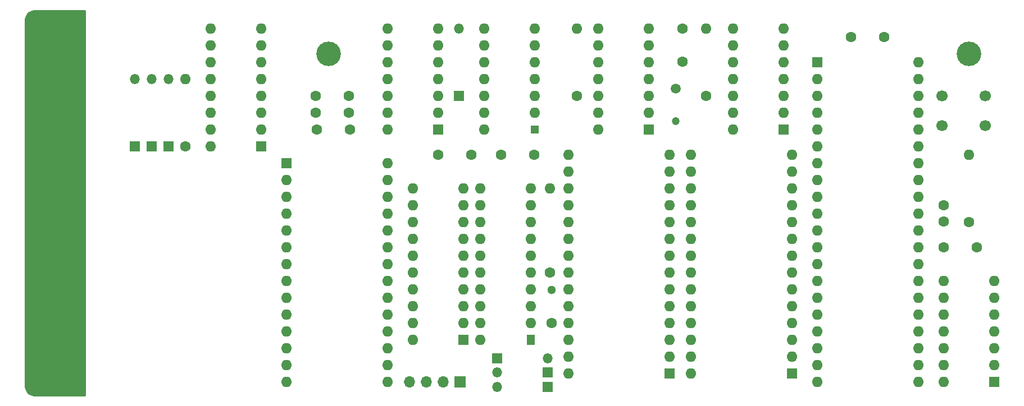
<source format=gbr>
G04 #@! TF.GenerationSoftware,KiCad,Pcbnew,5.1.4+dfsg1-1*
G04 #@! TF.CreationDate,2020-01-26T20:04:24+01:00*
G04 #@! TF.ProjectId,finalchesscard_lvr_draft1,66696e61-6c63-4686-9573-73636172645f,1.1.K1*
G04 #@! TF.SameCoordinates,Original*
G04 #@! TF.FileFunction,Soldermask,Bot*
G04 #@! TF.FilePolarity,Negative*
%FSLAX46Y46*%
G04 Gerber Fmt 4.6, Leading zero omitted, Abs format (unit mm)*
G04 Created by KiCad (PCBNEW 5.1.4+dfsg1-1) date 2020-01-26 20:04:24*
%MOMM*%
%LPD*%
G04 APERTURE LIST*
%ADD10O,1.600000X1.600000*%
%ADD11R,1.600000X1.600000*%
%ADD12C,1.600000*%
%ADD13R,1.200000X1.200000*%
%ADD14R,1.300000X1.600000*%
%ADD15C,1.200000*%
%ADD16C,1.500000*%
%ADD17R,1.700000X1.700000*%
%ADD18O,1.700000X1.700000*%
%ADD19C,1.300000*%
%ADD20R,1.500000X1.500000*%
%ADD21O,1.500000X1.500000*%
%ADD22C,3.700000*%
%ADD23C,1.700000*%
%ADD24C,0.254000*%
G04 APERTURE END LIST*
D10*
X179578000Y-124460000D03*
X164338000Y-157480000D03*
X179578000Y-127000000D03*
X164338000Y-154940000D03*
X179578000Y-129540000D03*
X164338000Y-152400000D03*
X179578000Y-132080000D03*
X164338000Y-149860000D03*
X179578000Y-134620000D03*
X164338000Y-147320000D03*
X179578000Y-137160000D03*
X164338000Y-144780000D03*
X179578000Y-139700000D03*
X164338000Y-142240000D03*
X179578000Y-142240000D03*
X164338000Y-139700000D03*
X179578000Y-144780000D03*
X164338000Y-137160000D03*
X179578000Y-147320000D03*
X164338000Y-134620000D03*
X179578000Y-149860000D03*
X164338000Y-132080000D03*
X179578000Y-152400000D03*
X164338000Y-129540000D03*
X179578000Y-154940000D03*
X164338000Y-127000000D03*
X179578000Y-157480000D03*
D11*
X164338000Y-124460000D03*
D12*
X204025500Y-140970000D03*
D10*
X204025500Y-128270000D03*
X152908000Y-121920000D03*
X160528000Y-104140000D03*
X152908000Y-119380000D03*
X160528000Y-106680000D03*
X152908000Y-116840000D03*
X160528000Y-109220000D03*
X152908000Y-114300000D03*
X160528000Y-111760000D03*
X152908000Y-111760000D03*
X160528000Y-114300000D03*
X152908000Y-109220000D03*
X160528000Y-116840000D03*
X152908000Y-106680000D03*
X160528000Y-119380000D03*
X152908000Y-104140000D03*
D11*
X160528000Y-121920000D03*
X187198000Y-119380000D03*
D10*
X179578000Y-104140000D03*
X187198000Y-116840000D03*
X179578000Y-106680000D03*
X187198000Y-114300000D03*
X179578000Y-109220000D03*
X187198000Y-111760000D03*
X179578000Y-111760000D03*
X187198000Y-109220000D03*
X179578000Y-114300000D03*
X187198000Y-106680000D03*
X179578000Y-116840000D03*
X187198000Y-104140000D03*
X179578000Y-119380000D03*
D11*
X191008000Y-151130000D03*
D10*
X183388000Y-128270000D03*
X191008000Y-148590000D03*
X183388000Y-130810000D03*
X191008000Y-146050000D03*
X183388000Y-133350000D03*
X191008000Y-143510000D03*
X183388000Y-135890000D03*
X191008000Y-140970000D03*
X183388000Y-138430000D03*
X191008000Y-138430000D03*
X183388000Y-140970000D03*
X191008000Y-135890000D03*
X183388000Y-143510000D03*
X191008000Y-133350000D03*
X183388000Y-146050000D03*
X191008000Y-130810000D03*
X183388000Y-148590000D03*
X191008000Y-128270000D03*
X183388000Y-151130000D03*
X194183000Y-119380000D03*
X201803000Y-104140000D03*
X194183000Y-116840000D03*
X201803000Y-106680000D03*
X194183000Y-114300000D03*
X201803000Y-109220000D03*
X194183000Y-111760000D03*
X201803000Y-111760000D03*
X194183000Y-109220000D03*
X201803000Y-114300000D03*
X194183000Y-106680000D03*
X201803000Y-116840000D03*
X194183000Y-104140000D03*
D13*
X201803000Y-119380000D03*
D10*
X193548000Y-151130000D03*
X201168000Y-128270000D03*
X193548000Y-148590000D03*
X201168000Y-130810000D03*
X193548000Y-146050000D03*
X201168000Y-133350000D03*
X193548000Y-143510000D03*
X201168000Y-135890000D03*
X193548000Y-140970000D03*
X201168000Y-138430000D03*
X193548000Y-138430000D03*
X201168000Y-140970000D03*
X193548000Y-135890000D03*
X201168000Y-143510000D03*
X193548000Y-133350000D03*
X201168000Y-146050000D03*
X193548000Y-130810000D03*
X201168000Y-148590000D03*
X193548000Y-128270000D03*
D14*
X201168000Y-151130000D03*
D10*
X211328000Y-119380000D03*
X218948000Y-104140000D03*
X211328000Y-116840000D03*
X218948000Y-106680000D03*
X211328000Y-114300000D03*
X218948000Y-109220000D03*
X211328000Y-111760000D03*
X218948000Y-111760000D03*
X211328000Y-109220000D03*
X218948000Y-114300000D03*
X211328000Y-106680000D03*
X218948000Y-116840000D03*
X211328000Y-104140000D03*
D11*
X218948000Y-119380000D03*
X239268000Y-119380000D03*
D10*
X231648000Y-104140000D03*
X239268000Y-116840000D03*
X231648000Y-106680000D03*
X239268000Y-114300000D03*
X231648000Y-109220000D03*
X239268000Y-111760000D03*
X231648000Y-111760000D03*
X239268000Y-109220000D03*
X231648000Y-114300000D03*
X239268000Y-106680000D03*
X231648000Y-116840000D03*
X239268000Y-104140000D03*
X231648000Y-119380000D03*
D11*
X244348000Y-109220000D03*
D10*
X259588000Y-157480000D03*
X244348000Y-111760000D03*
X259588000Y-154940000D03*
X244348000Y-114300000D03*
X259588000Y-152400000D03*
X244348000Y-116840000D03*
X259588000Y-149860000D03*
X244348000Y-119380000D03*
X259588000Y-147320000D03*
X244348000Y-121920000D03*
X259588000Y-144780000D03*
X244348000Y-124460000D03*
X259588000Y-142240000D03*
X244348000Y-127000000D03*
X259588000Y-139700000D03*
X244348000Y-129540000D03*
X259588000Y-137160000D03*
X244348000Y-132080000D03*
X259588000Y-134620000D03*
X244348000Y-134620000D03*
X259588000Y-132080000D03*
X244348000Y-137160000D03*
X259588000Y-129540000D03*
X244348000Y-139700000D03*
X259588000Y-127000000D03*
X244348000Y-142240000D03*
X259588000Y-124460000D03*
X244348000Y-144780000D03*
X259588000Y-121920000D03*
X244348000Y-147320000D03*
X259588000Y-119380000D03*
X244348000Y-149860000D03*
X259588000Y-116840000D03*
X244348000Y-152400000D03*
X259588000Y-114300000D03*
X244348000Y-154940000D03*
X259588000Y-111760000D03*
X244348000Y-157480000D03*
X259588000Y-109220000D03*
D12*
X149098000Y-121920000D03*
D10*
X149098000Y-111760000D03*
D12*
X267208000Y-133350000D03*
D10*
X267208000Y-123190000D03*
D12*
X208153000Y-114300000D03*
D10*
X208153000Y-104140000D03*
D12*
X227584000Y-114300000D03*
D10*
X227584000Y-104140000D03*
D15*
X223012000Y-118110000D03*
D16*
X223012000Y-113230000D03*
D11*
X222123000Y-156210000D03*
D10*
X206883000Y-123190000D03*
X222123000Y-153670000D03*
X206883000Y-125730000D03*
X222123000Y-151130000D03*
X206883000Y-128270000D03*
X222123000Y-148590000D03*
X206883000Y-130810000D03*
X222123000Y-146050000D03*
X206883000Y-133350000D03*
X222123000Y-143510000D03*
X206883000Y-135890000D03*
X222123000Y-140970000D03*
X206883000Y-138430000D03*
X222123000Y-138430000D03*
X206883000Y-140970000D03*
X222123000Y-135890000D03*
X206883000Y-143510000D03*
X222123000Y-133350000D03*
X206883000Y-146050000D03*
X222123000Y-130810000D03*
X206883000Y-148590000D03*
X222123000Y-128270000D03*
X206883000Y-151130000D03*
X222123000Y-125730000D03*
X206883000Y-153670000D03*
X222123000Y-123190000D03*
X206883000Y-156210000D03*
D11*
X271018000Y-157480000D03*
D10*
X263398000Y-142240000D03*
X271018000Y-154940000D03*
X263398000Y-144780000D03*
X271018000Y-152400000D03*
X263398000Y-147320000D03*
X271018000Y-149860000D03*
X263398000Y-149860000D03*
X271018000Y-147320000D03*
X263398000Y-152400000D03*
X271018000Y-144780000D03*
X263398000Y-154940000D03*
X271018000Y-142240000D03*
X263398000Y-157480000D03*
D17*
X190500000Y-157480000D03*
D18*
X187960000Y-157480000D03*
X185420000Y-157480000D03*
X182880000Y-157480000D03*
D12*
X224028000Y-104140000D03*
X224028000Y-109140000D03*
D11*
X240538000Y-156210000D03*
D10*
X225298000Y-123190000D03*
X240538000Y-153670000D03*
X225298000Y-125730000D03*
X240538000Y-151130000D03*
X225298000Y-128270000D03*
X240538000Y-148590000D03*
X225298000Y-130810000D03*
X240538000Y-146050000D03*
X225298000Y-133350000D03*
X240538000Y-143510000D03*
X225298000Y-135890000D03*
X240538000Y-140970000D03*
X225298000Y-138430000D03*
X240538000Y-138430000D03*
X225298000Y-140970000D03*
X240538000Y-135890000D03*
X225298000Y-143510000D03*
X240538000Y-133350000D03*
X225298000Y-146050000D03*
X240538000Y-130810000D03*
X225298000Y-148590000D03*
X240538000Y-128270000D03*
X225298000Y-151130000D03*
X240538000Y-125730000D03*
X225298000Y-153670000D03*
X240538000Y-123190000D03*
X225298000Y-156210000D03*
D12*
X263398000Y-130810000D03*
X263398000Y-133310000D03*
X204343000Y-148590000D03*
D19*
X204343000Y-143590000D03*
D20*
X203708000Y-158242000D03*
D21*
X196088000Y-158242000D03*
X196088000Y-156019500D03*
D20*
X203708000Y-156019500D03*
X196088000Y-153924000D03*
D21*
X203708000Y-153924000D03*
X141478000Y-111760000D03*
D20*
X141478000Y-121920000D03*
X144018000Y-121920000D03*
D21*
X144018000Y-111760000D03*
X146558000Y-111760000D03*
D20*
X146558000Y-121920000D03*
X190373000Y-114300000D03*
D21*
X190373000Y-104140000D03*
D12*
X168910000Y-119380000D03*
X173910000Y-119380000D03*
X201723000Y-123190000D03*
X196723000Y-123190000D03*
X254428000Y-105410000D03*
X249428000Y-105410000D03*
X268398000Y-137160000D03*
X263398000Y-137160000D03*
X168783000Y-114300000D03*
X173783000Y-114300000D03*
X173783000Y-116840000D03*
X168783000Y-116840000D03*
X187198000Y-123190000D03*
X192198000Y-123190000D03*
D22*
X170688000Y-107950000D03*
X267208000Y-107950000D03*
D23*
X269644000Y-118800000D03*
X263144000Y-118800000D03*
X269644000Y-114300000D03*
X263144000Y-114300000D03*
D24*
G36*
X133985000Y-159543800D02*
G01*
X126488000Y-159543800D01*
X126250220Y-159525086D01*
X126018294Y-159469406D01*
X125797934Y-159378130D01*
X125594566Y-159253506D01*
X125413198Y-159098602D01*
X125258294Y-158917234D01*
X125133670Y-158713866D01*
X125042394Y-158493506D01*
X124986714Y-158261580D01*
X124968000Y-158023800D01*
X124968000Y-102961200D01*
X124972000Y-102961200D01*
X124990714Y-102723420D01*
X125046394Y-102491494D01*
X125137670Y-102271134D01*
X125262294Y-102067766D01*
X125417198Y-101886398D01*
X125598566Y-101731494D01*
X125801934Y-101606870D01*
X126022294Y-101515594D01*
X126254220Y-101459914D01*
X126488000Y-101441200D01*
X133985000Y-101441200D01*
X133985000Y-159543800D01*
X133985000Y-159543800D01*
G37*
X133985000Y-159543800D02*
X126488000Y-159543800D01*
X126250220Y-159525086D01*
X126018294Y-159469406D01*
X125797934Y-159378130D01*
X125594566Y-159253506D01*
X125413198Y-159098602D01*
X125258294Y-158917234D01*
X125133670Y-158713866D01*
X125042394Y-158493506D01*
X124986714Y-158261580D01*
X124968000Y-158023800D01*
X124968000Y-102961200D01*
X124972000Y-102961200D01*
X124990714Y-102723420D01*
X125046394Y-102491494D01*
X125137670Y-102271134D01*
X125262294Y-102067766D01*
X125417198Y-101886398D01*
X125598566Y-101731494D01*
X125801934Y-101606870D01*
X126022294Y-101515594D01*
X126254220Y-101459914D01*
X126488000Y-101441200D01*
X133985000Y-101441200D01*
X133985000Y-159543800D01*
M02*

</source>
